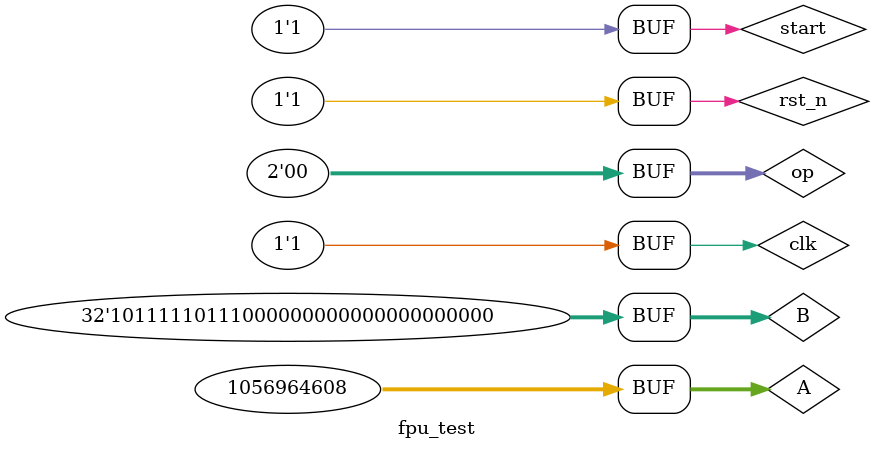
<source format=v>
`timescale 1ps/1ps


/* teste do módulo fpu */
module fpu_test #(parameter N = 64) ();
    
    reg clk; 
    reg rst_n;
    wire [31:0] A; 
    wire [31:0] B; 
    reg [1:0] op;
    reg start;
    wire [31:0] R;   
    wire done;    

        assign A = {1'b0, 8'b01111110, 23'b0};
        assign B = {1'b1, 8'b01111101, 2'b11, 21'b0};
        //  R = {1'b0, 8'b01111011, 23'b0}

        // assign A = {1'b0, 8'b10000000, 3'b001, 20'b0};
        // assign B = {1'b0, 8'b10000001, 3'b101, 20'b0};

        // R = {1'b0, 8'b10000010, 5'b00011, 18'b0}

    /* instanciação da unit under test */
    fpu uut(
        .clk(clk),
        .rst_n(rst_n),
        .A(A),
        .B(B),
        .R(R),
        .op(op),
        .start(start),
        .done(done)
    );

    /* início do testbench */
    initial begin
        clk = 0;
        rst_n = 0;
        
        //0.000001010001111011  0.02 || 121 1111001
        
        // 0.01001100110011001101  0.3  || 125 1111101
        op = 2'b00;
        start = 1;
        $monitor("R= sign: %B  exp: %B frac: %B\n", R[31], R[30:23], R[22:0]);
        #100;
        
        clk = 1;
        rst_n = 1;
        
        //0.000001010001111011  0.02 || 121 1111001
        
        // 0.01001100110011001101  0.3  || 125 1111101
        op = 2'b00;
        start = 1;
        $monitor("R= sign: %B  exp: %B frac: %B\n", R[31], R[30:23], R[22:0]);

        #100;

                clk = 0;
        rst_n = 1;
        
        //0.000001010001111011  0.02 || 121 1111001
        
        // 0.01001100110011001101  0.3  || 125 1111101
        op = 2'b00;
        start = 1;
        $monitor("R= sign: %B  exp: %B frac: %B\n", R[31], R[30:23], R[22:0]);
        #100;

        clk = 1;
        rst_n = 1;
        
        //0.000001010001111011  0.02 || 121 1111001
        
        // 0.01001100110011001101  0.3  || 125 1111101
        op = 2'b00;
        start = 1;
        $monitor("R= sign: %B  exp: %B frac: %B\n", R[31], R[30:23], R[22:0]);
        #100;

                clk = 0;
        rst_n = 1;
        
        //0.000001010001111011  0.02 || 121 1111001
        
        // 0.01001100110011001101  0.3  || 125 1111101
        op = 2'b00;
        start = 1;
        $monitor("R= sign: %B  exp: %B frac: %B\n", R[31], R[30:23], R[22:0]);
        #100;

        clk = 1;
        rst_n = 1;
        
        //0.000001010001111011  0.02 || 121 1111001
        
        // 0.01001100110011001101  0.3  || 125 1111101
        op = 2'b00;
        start = 1;
        $monitor("R= sign: %B  exp: %B frac: %B\n", R[31], R[30:23], R[22:0]);
        #100;

                clk = 0;
        rst_n = 1;
        
        //0.000001010001111011  0.02 || 121 1111001
        
        // 0.01001100110011001101  0.3  || 125 1111101
        op = 2'b00;
        start = 1;
        $monitor("R= sign: %B  exp: %B frac: %B\n", R[31], R[30:23], R[22:0]);
        #100;

        clk = 1;
        rst_n = 1;
        
        //0.000001010001111011  0.02 || 121 1111001
        
        // 0.01001100110011001101  0.3  || 125 1111101
        op = 2'b00;
        start = 1;
        $monitor("R= sign: %B  exp: %B frac: %B\n", R[31], R[30:23], R[22:0]);
        #100;

                clk = 0;
        rst_n = 1;
        
        //0.000001010001111011  0.02 || 121 1111001
        
        // 0.01001100110011001101  0.3  || 125 1111101
        op = 2'b00;
        start = 1;
        $monitor("R= sign: %B  exp: %B frac: %B\n", R[31], R[30:23], R[22:0]);
        #100;

        clk = 1;
        rst_n = 1;
        
        //0.000001010001111011  0.02 || 121 1111001
        
        // 0.01001100110011001101  0.3  || 125 1111101
        op = 2'b00;
        start = 1;
        $monitor("R= sign: %B  exp: %B frac: %B\n", R[31], R[30:23], R[22:0]);
        #100;

                clk = 0;
        rst_n = 1;
        
        //0.000001010001111011  0.02 || 121 1111001
        
        // 0.01001100110011001101  0.3  || 125 1111101
        op = 2'b00;
        start = 1;
        $monitor("R= sign: %B  exp: %B frac: %B\n", R[31], R[30:23], R[22:0]);
        #100;

        clk = 1;
        rst_n = 1;
        
        //0.000001010001111011  0.02 || 121 1111001
        
        // 0.01001100110011001101  0.3  || 125 1111101
        op = 2'b00;
        start = 1;
        $monitor("R= sign: %B  exp: %B frac: %B\n", R[31], R[30:23], R[22:0]);
        #100;

        clk = 0;
        rst_n = 1;
        
        //0.000001010001111011  0.02 || 121 1111001
        
        // 0.01001100110011001101  0.3  || 125 1111101
        op = 2'b00;
        start = 1;
        $monitor("R= sign: %B  exp: %B frac: %B\n", R[31], R[30:23], R[22:0]);
        #100;

        clk = 1;
        rst_n = 1;
        
        //0.000001010001111011  0.02 || 121 1111001
        
        // 0.01001100110011001101  0.3  || 125 1111101
        op = 2'b00;
        start = 1;
        $monitor("R= sign: %B  exp: %B frac: %B\n", R[31], R[30:23], R[22:0]);
        #100;

        clk = 0;
        rst_n = 1;
        
        //0.000001010001111011  0.02 || 121 1111001
        
        // 0.01001100110011001101  0.3  || 125 1111101
        op = 2'b00;
        start = 1;
        $monitor("R= sign: %B  exp: %B frac: %B\n", R[31], R[30:23], R[22:0]);
        #100;

        clk = 1;
        rst_n = 1;
        
        //0.000001010001111011  0.02 || 121 1111001
        
        // 0.01001100110011001101  0.3  || 125 1111101
        op = 2'b00;
        start = 1;
        $monitor("R= sign: %B  exp: %B frac: %B\n", R[31], R[30:23], R[22:0]);
        #100;

        op = 2'b00;
        start = 1;
        $monitor("R= sign: %B  exp: %B frac: %B\n", R[31], R[30:23], R[22:0]);
        #100;

        clk = 1;
        rst_n = 1;
        
        //0.000001010001111011  0.02 || 121 1111001
        
        // 0.01001100110011001101  0.3  || 125 1111101
        op = 2'b00;
        start = 1;
        $monitor("R= sign: %B  exp: %B frac: %B\n", R[31], R[30:23], R[22:0]);
        #100;

        op = 2'b00;
        start = 1;
        $monitor("R= sign: %B  exp: %B frac: %B\n", R[31], R[30:23], R[22:0]);
        #100;

        clk = 1;
        rst_n = 1;
        
        //0.000001010001111011  0.02 || 121 1111001
        
        // 0.01001100110011001101  0.3  || 125 1111101
        op = 2'b00;
        start = 1;
        $monitor("R= sign: %B  exp: %B frac: %B\n", R[31], R[30:23], R[22:0]);
        #100;

        op = 2'b00;
        start = 1;
        $monitor("R= sign: %B  exp: %B frac: %B\n", R[31], R[30:23], R[22:0]);
        #100;

        clk = 1;
        rst_n = 1;
        
        //0.000001010001111011  0.02 || 121 1111001
        
        // 0.01001100110011001101  0.3  || 125 1111101
        op = 2'b00;
        start = 1;
        $monitor("R= sign: %B  exp: %B frac: %B\n", R[31], R[30:23], R[22:0]);
        #100;

        op = 2'b00;
        start = 1;
        $monitor("R= sign: %B  exp: %B frac: %B\n", R[31], R[30:23], R[22:0]);
        #100;

        clk = 1;
        rst_n = 1;
        
        //0.000001010001111011  0.02 || 121 1111001
        
        // 0.01001100110011001101  0.3  || 125 1111101
        op = 2'b00;
        start = 1;
        $monitor("R= sign: %B  exp: %B frac: %B\n", R[31], R[30:23], R[22:0]);
        #100;

        op = 2'b00;
        start = 1;
        $monitor("R= sign: %B  exp: %B frac: %B\n", R[31], R[30:23], R[22:0]);
        #100;

        clk = 1;
        rst_n = 1;
        
        //0.000001010001111011  0.02 || 121 1111001
        
        // 0.01001100110011001101  0.3  || 125 1111101
        op = 2'b00;
        start = 1;
        $monitor("R= sign: %B  exp: %B frac: %B\n", R[31], R[30:23], R[22:0]);
        #100;

        op = 2'b00;
        start = 1;
        $monitor("R= sign: %B  exp: %B frac: %B\n", R[31], R[30:23], R[22:0]);
        #100;

        clk = 1;
        rst_n = 1;
        
        //0.000001010001111011  0.02 || 121 1111001
        
        // 0.01001100110011001101  0.3  || 125 1111101
        op = 2'b00;
        start = 1;
        $monitor("R= sign: %B  exp: %B frac: %B\n", R[31], R[30:23], R[22:0]);
        #100;

        op = 2'b00;
        start = 1;
        $monitor("R= sign: %B  exp: %B frac: %B\n", R[31], R[30:23], R[22:0]);
        #100;

        clk = 1;
        rst_n = 1;
        
        //0.000001010001111011  0.02 || 121 1111001
        
        // 0.01001100110011001101  0.3  || 125 1111101
        op = 2'b00;
        start = 1;
        $monitor("R= sign: %B  exp: %B frac: %B\n", R[31], R[30:23], R[22:0]);
        #100;



    
    end
endmodule
</source>
